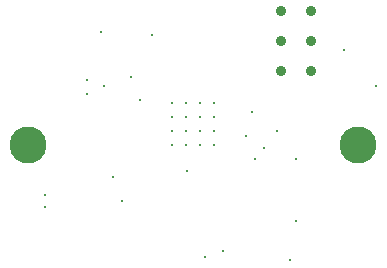
<source format=gbr>
%TF.GenerationSoftware,Altium Limited,Altium Designer,18.0.11 (651)*%
G04 Layer_Color=0*
%FSLAX43Y43*%
%MOMM*%
%TF.FileFunction,Plated,1,2,PTH,Drill*%
%TF.Part,Single*%
G01*
G75*
%TA.AperFunction,ComponentDrill*%
%ADD83C,3.125*%
%ADD84C,0.900*%
%TA.AperFunction,ViaDrill,NotFilled*%
%ADD85C,0.300*%
%ADD86C,0.330*%
D83*
X14000Y0D02*
D03*
X-14000D02*
D03*
D84*
X10000Y6210D02*
D03*
X10000Y8750D02*
D03*
Y11290D02*
D03*
X7460Y6210D02*
D03*
X7460Y8750D02*
D03*
X7460Y11290D02*
D03*
D85*
X-500Y-2250D02*
D03*
X-5250Y5750D02*
D03*
X-6750Y-2750D02*
D03*
X-6000Y-4750D02*
D03*
X8250Y-9750D02*
D03*
X-7750Y9500D02*
D03*
X-3500Y9250D02*
D03*
X5250Y-1250D02*
D03*
X8750D02*
D03*
X6000Y-250D02*
D03*
X4500Y750D02*
D03*
X8750Y-6500D02*
D03*
X15500Y5000D02*
D03*
X-7500D02*
D03*
X12750Y8000D02*
D03*
X-9000Y5500D02*
D03*
X5000Y2750D02*
D03*
X7151Y1151D02*
D03*
X2500Y-9000D02*
D03*
X1000Y-9500D02*
D03*
X-9000Y4250D02*
D03*
X-4500Y3750D02*
D03*
X-12500Y-4250D02*
D03*
Y-5250D02*
D03*
D86*
X1800Y3550D02*
D03*
Y2350D02*
D03*
Y1150D02*
D03*
Y-50D02*
D03*
X600Y3550D02*
D03*
Y2350D02*
D03*
Y1150D02*
D03*
Y-50D02*
D03*
X-600Y3550D02*
D03*
Y2350D02*
D03*
Y1150D02*
D03*
Y-50D02*
D03*
X-1800Y3550D02*
D03*
Y2350D02*
D03*
Y1150D02*
D03*
Y-50D02*
D03*
%TF.MD5,5fb9b7fb037fb4f76319dc9eb53131f7*%
M02*

</source>
